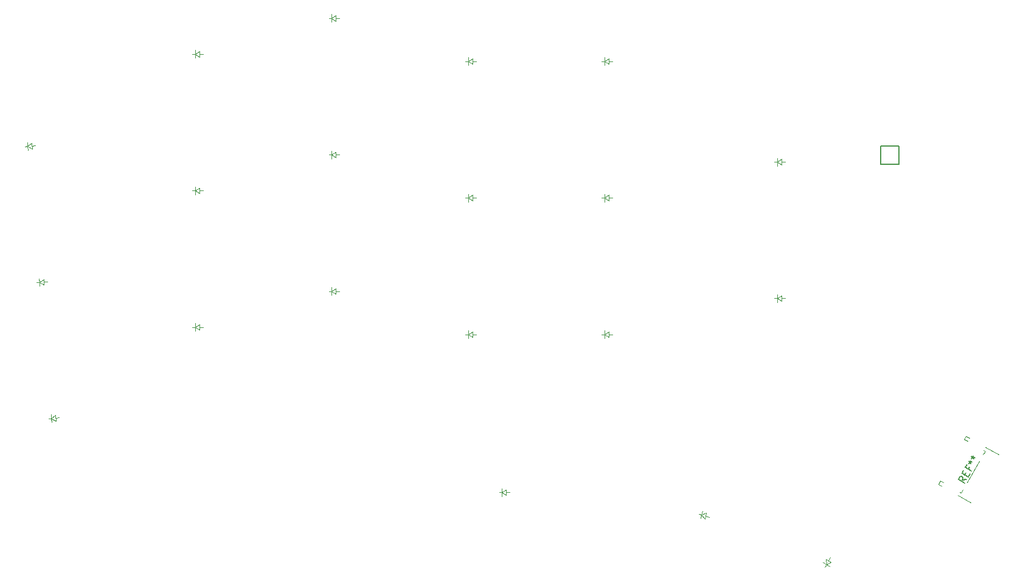
<source format=gbr>
%TF.GenerationSoftware,KiCad,Pcbnew,8.0.0*%
%TF.CreationDate,2024-03-16T23:28:16+01:00*%
%TF.ProjectId,cornish-v1,636f726e-6973-4682-9d76-312e6b696361,v1.0.0*%
%TF.SameCoordinates,Original*%
%TF.FileFunction,Legend,Top*%
%TF.FilePolarity,Positive*%
%FSLAX46Y46*%
G04 Gerber Fmt 4.6, Leading zero omitted, Abs format (unit mm)*
G04 Created by KiCad (PCBNEW 8.0.0) date 2024-03-16 23:28:16*
%MOMM*%
%LPD*%
G01*
G04 APERTURE LIST*
%ADD10C,0.150000*%
%ADD11C,0.120000*%
%ADD12C,0.100000*%
G04 APERTURE END LIST*
D10*
X270647295Y-159490667D02*
X270068235Y-159541247D01*
X270361580Y-159985539D02*
X269495555Y-159485539D01*
X269495555Y-159485539D02*
X269686031Y-159155625D01*
X269686031Y-159155625D02*
X269774890Y-159096956D01*
X269774890Y-159096956D02*
X269839938Y-159079526D01*
X269839938Y-159079526D02*
X269946227Y-159085906D01*
X269946227Y-159085906D02*
X270069944Y-159157334D01*
X270069944Y-159157334D02*
X270128614Y-159246192D01*
X270128614Y-159246192D02*
X270146043Y-159311241D01*
X270146043Y-159311241D02*
X270139664Y-159417529D01*
X270139664Y-159417529D02*
X269949187Y-159747444D01*
X270407948Y-158857609D02*
X270574615Y-158568934D01*
X271099676Y-158707121D02*
X270861580Y-159119514D01*
X270861580Y-159119514D02*
X269995555Y-158619514D01*
X269995555Y-158619514D02*
X270233650Y-158207121D01*
X271026996Y-157785387D02*
X270860329Y-158074062D01*
X271313961Y-158335967D02*
X270447936Y-157835967D01*
X270447936Y-157835967D02*
X270686031Y-157423574D01*
X270947936Y-156969941D02*
X271154133Y-157088989D01*
X270952606Y-157247566D02*
X271154133Y-157088989D01*
X271154133Y-157088989D02*
X271190702Y-156835173D01*
X271247661Y-157307945D02*
X271154133Y-157088989D01*
X271154133Y-157088989D02*
X271390518Y-157060509D01*
X271328889Y-156310112D02*
X271535085Y-156429160D01*
X271333559Y-156587737D02*
X271535085Y-156429160D01*
X271535085Y-156429160D02*
X271571654Y-156175344D01*
X271628614Y-156648116D02*
X271535085Y-156429160D01*
X271535085Y-156429160D02*
X271771471Y-156400680D01*
D11*
%TO.C,REF\u002A\u002A*%
X275084423Y-156055699D02*
X273265769Y-155005698D01*
X271014103Y-153705699D02*
X270572430Y-153450700D01*
X270572430Y-153450700D02*
X270312430Y-153901032D01*
X273204955Y-155571032D02*
X273005770Y-155456032D01*
X273204955Y-155571032D02*
X272934955Y-156038685D01*
X270754103Y-154156033D02*
X270312430Y-153901032D01*
X272384955Y-156991315D02*
X270684955Y-159935800D01*
X270134956Y-160888429D02*
X269864956Y-161356082D01*
X269864956Y-161356082D02*
X269665769Y-161241082D01*
X267414104Y-159941082D02*
X266972431Y-159686082D01*
X266972431Y-159686082D02*
X266712431Y-160136415D01*
X271224424Y-162741415D02*
X269405770Y-161691416D01*
X267154104Y-160391415D02*
X266712431Y-160136415D01*
D12*
%TO.C,D19*%
X243856796Y-134301108D02*
X244256796Y-134301108D01*
X244256796Y-134301108D02*
X244256796Y-134851108D01*
X244256796Y-134301108D02*
X244256796Y-133751108D01*
X244256796Y-134301108D02*
X244856796Y-133901108D01*
X244856796Y-134701108D02*
X244256796Y-134301108D01*
X244856796Y-134301108D02*
X245356796Y-134301108D01*
X244856796Y-133901108D02*
X244856796Y-134701108D01*
%TO.C,D10*%
X200856795Y-139301109D02*
X201256795Y-139301109D01*
X201256795Y-139301109D02*
X201256795Y-139851109D01*
X201256795Y-139301109D02*
X201256795Y-138751109D01*
X201256795Y-139301109D02*
X201856795Y-138901109D01*
X201856795Y-139701109D02*
X201256795Y-139301109D01*
X201856795Y-139301109D02*
X202356795Y-139301109D01*
X201856795Y-138901109D02*
X201856795Y-139701109D01*
%TO.C,D1*%
X142840417Y-151022229D02*
X143238895Y-150987366D01*
X143238895Y-150987366D02*
X143286831Y-151535273D01*
X143238895Y-150987366D02*
X143190960Y-150439459D01*
X143238895Y-150987366D02*
X143801749Y-150536595D01*
X143871474Y-151333551D02*
X143238895Y-150987366D01*
X143836612Y-150935073D02*
X144334709Y-150891495D01*
X143801749Y-150536595D02*
X143871474Y-151333551D01*
%TO.C,D11*%
X200856795Y-120301109D02*
X201256795Y-120301109D01*
X201256795Y-120301109D02*
X201256795Y-120851109D01*
X201256795Y-120301109D02*
X201256795Y-119751109D01*
X201256795Y-120301109D02*
X201856795Y-119901109D01*
X201856795Y-120701109D02*
X201256795Y-120301109D01*
X201856795Y-120301109D02*
X202356795Y-120301109D01*
X201856795Y-119901109D02*
X201856795Y-120701109D01*
%TO.C,D18*%
X250913551Y-171654088D02*
X251113551Y-171307678D01*
X251113551Y-171307678D02*
X250637237Y-171032678D01*
X251113551Y-171307678D02*
X251067140Y-170588063D01*
X251113551Y-171307678D02*
X251589865Y-171582677D01*
X251067140Y-170588063D02*
X251759962Y-170988063D01*
X251413551Y-170788063D02*
X251663551Y-170355050D01*
X251759962Y-170988063D02*
X251113551Y-171307678D01*
%TO.C,D13*%
X219856795Y-139301109D02*
X220256795Y-139301109D01*
X220256795Y-139301109D02*
X220256795Y-139851109D01*
X220256795Y-139301109D02*
X220256795Y-138751109D01*
X220256795Y-139301109D02*
X220856795Y-138901109D01*
X220856795Y-139701109D02*
X220256795Y-139301109D01*
X220856795Y-139301109D02*
X221356795Y-139301109D01*
X220856795Y-138901109D02*
X220856795Y-139701109D01*
%TO.C,D20*%
X243856796Y-115301108D02*
X244256796Y-115301108D01*
X244256796Y-115301108D02*
X244256796Y-115851108D01*
X244256796Y-115301108D02*
X244256796Y-114751108D01*
X244256796Y-115301108D02*
X244856796Y-114901108D01*
X244856796Y-115701108D02*
X244256796Y-115301108D01*
X244856796Y-115301108D02*
X245356796Y-115301108D01*
X244856796Y-114901108D02*
X244856796Y-115701108D01*
%TO.C,D15*%
X219856795Y-101301109D02*
X220256795Y-101301109D01*
X220256795Y-101301109D02*
X220256795Y-101851109D01*
X220256795Y-101301109D02*
X220256795Y-100751109D01*
X220256795Y-101301109D02*
X220856795Y-100901109D01*
X220856795Y-101701109D02*
X220256795Y-101301109D01*
X220856795Y-101301109D02*
X221356795Y-101301109D01*
X220856795Y-100901109D02*
X220856795Y-101701109D01*
%TO.C,D7*%
X181856795Y-133301108D02*
X182256795Y-133301108D01*
X182256795Y-133301108D02*
X182256795Y-133851108D01*
X182256795Y-133301108D02*
X182256795Y-132751108D01*
X182256795Y-133301108D02*
X182856795Y-132901108D01*
X182856795Y-133701108D02*
X182256795Y-133301108D01*
X182856795Y-133301108D02*
X183356795Y-133301108D01*
X182856795Y-132901108D02*
X182856795Y-133701108D01*
%TO.C,D12*%
X200856795Y-101301109D02*
X201256795Y-101301109D01*
X201256795Y-101301109D02*
X201256795Y-101851109D01*
X201256795Y-101301109D02*
X201256795Y-100751109D01*
X201256795Y-101301109D02*
X201856795Y-100901109D01*
X201856795Y-101701109D02*
X201256795Y-101301109D01*
X201856795Y-101301109D02*
X202356795Y-101301109D01*
X201856795Y-100901109D02*
X201856795Y-101701109D01*
D10*
%TO.C,_41*%
X258716795Y-115601108D02*
X258716795Y-113061108D01*
X261256795Y-115601108D02*
X258716795Y-115601108D01*
X261256795Y-113061108D02*
X258716795Y-113061108D01*
X261256795Y-113061108D02*
X261256795Y-115601108D01*
D12*
%TO.C,D14*%
X219856795Y-120301109D02*
X220256795Y-120301109D01*
X220256795Y-120301109D02*
X220256795Y-120851109D01*
X220256795Y-120301109D02*
X220256795Y-119751109D01*
X220256795Y-120301109D02*
X220856795Y-119901109D01*
X220856795Y-120701109D02*
X220256795Y-120301109D01*
X220856795Y-120301109D02*
X221356795Y-120301109D01*
X220856795Y-119901109D02*
X220856795Y-120701109D01*
%TO.C,D6*%
X162856796Y-100301108D02*
X163256796Y-100301108D01*
X163256796Y-100301108D02*
X163256796Y-100851108D01*
X163256796Y-100301108D02*
X163256796Y-99751108D01*
X163256796Y-100301108D02*
X163856796Y-99901108D01*
X163856796Y-100701108D02*
X163256796Y-100301108D01*
X163856796Y-100301108D02*
X164356796Y-100301108D01*
X163856796Y-99901108D02*
X163856796Y-100701108D01*
%TO.C,D16*%
X205556795Y-161301109D02*
X205956795Y-161301109D01*
X205956795Y-161301109D02*
X205956795Y-161851109D01*
X205956795Y-161301109D02*
X205956795Y-160751109D01*
X205956795Y-161301109D02*
X206556795Y-160901109D01*
X206556795Y-161701109D02*
X205956795Y-161301109D01*
X206556795Y-161301109D02*
X207056795Y-161301109D01*
X206556795Y-160901109D02*
X206556795Y-161701109D01*
%TO.C,D17*%
X233345034Y-164313843D02*
X233731403Y-164417371D01*
X233731403Y-164417371D02*
X233589053Y-164948631D01*
X233731403Y-164417371D02*
X233873755Y-163886112D01*
X233731403Y-164417371D02*
X234414487Y-164186292D01*
X234207432Y-164959033D02*
X233731403Y-164417371D01*
X234310959Y-164572663D02*
X234793922Y-164702073D01*
X234414487Y-164186292D02*
X234207432Y-164959033D01*
%TO.C,D2*%
X141184458Y-132094530D02*
X141582936Y-132059667D01*
X141582936Y-132059667D02*
X141630872Y-132607574D01*
X141582936Y-132059667D02*
X141535001Y-131511760D01*
X141582936Y-132059667D02*
X142145790Y-131608896D01*
X142215515Y-132405852D02*
X141582936Y-132059667D01*
X142180653Y-132007374D02*
X142678750Y-131963796D01*
X142145790Y-131608896D02*
X142215515Y-132405852D01*
%TO.C,D9*%
X181856795Y-95301108D02*
X182256795Y-95301108D01*
X182256795Y-95301108D02*
X182256795Y-95851108D01*
X182256795Y-95301108D02*
X182256795Y-94751108D01*
X182256795Y-95301108D02*
X182856795Y-94901108D01*
X182856795Y-95701108D02*
X182256795Y-95301108D01*
X182856795Y-95301108D02*
X183356795Y-95301108D01*
X182856795Y-94901108D02*
X182856795Y-95701108D01*
%TO.C,D3*%
X139528500Y-113166831D02*
X139926978Y-113131968D01*
X139926978Y-113131968D02*
X139974914Y-113679875D01*
X139926978Y-113131968D02*
X139879043Y-112584061D01*
X139926978Y-113131968D02*
X140489832Y-112681197D01*
X140559557Y-113478153D02*
X139926978Y-113131968D01*
X140524695Y-113079675D02*
X141022792Y-113036097D01*
X140489832Y-112681197D02*
X140559557Y-113478153D01*
%TO.C,D8*%
X181856795Y-114301108D02*
X182256795Y-114301108D01*
X182256795Y-114301108D02*
X182256795Y-114851108D01*
X182256795Y-114301108D02*
X182256795Y-113751108D01*
X182256795Y-114301108D02*
X182856795Y-113901108D01*
X182856795Y-114701108D02*
X182256795Y-114301108D01*
X182856795Y-114301108D02*
X183356795Y-114301108D01*
X182856795Y-113901108D02*
X182856795Y-114701108D01*
%TO.C,D4*%
X162856796Y-138301108D02*
X163256796Y-138301108D01*
X163256796Y-138301108D02*
X163256796Y-138851108D01*
X163256796Y-138301108D02*
X163256796Y-137751108D01*
X163256796Y-138301108D02*
X163856796Y-137901108D01*
X163856796Y-138701108D02*
X163256796Y-138301108D01*
X163856796Y-138301108D02*
X164356796Y-138301108D01*
X163856796Y-137901108D02*
X163856796Y-138701108D01*
%TO.C,D5*%
X162856796Y-119301108D02*
X163256796Y-119301108D01*
X163256796Y-119301108D02*
X163256796Y-119851108D01*
X163256796Y-119301108D02*
X163256796Y-118751108D01*
X163256796Y-119301108D02*
X163856796Y-118901108D01*
X163856796Y-119701108D02*
X163256796Y-119301108D01*
X163856796Y-119301108D02*
X164356796Y-119301108D01*
X163856796Y-118901108D02*
X163856796Y-119701108D01*
%TD*%
M02*

</source>
